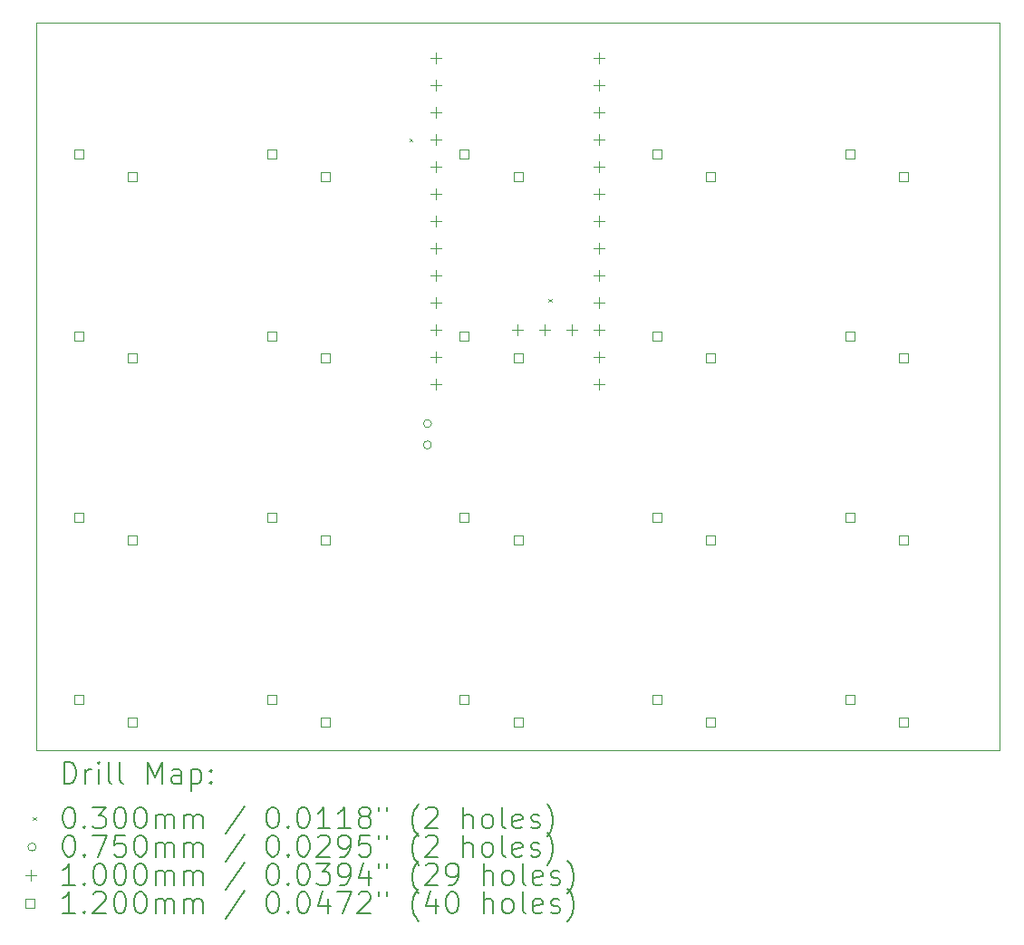
<source format=gbr>
%TF.GenerationSoftware,KiCad,Pcbnew,9.0.1*%
%TF.CreationDate,2025-08-18T19:39:49-06:00*%
%TF.ProjectId,aurora40_kicad,6175726f-7261-4343-905f-6b696361642e,1*%
%TF.SameCoordinates,Original*%
%TF.FileFunction,Drillmap*%
%TF.FilePolarity,Positive*%
%FSLAX45Y45*%
G04 Gerber Fmt 4.5, Leading zero omitted, Abs format (unit mm)*
G04 Created by KiCad (PCBNEW 9.0.1) date 2025-08-18 19:39:49*
%MOMM*%
%LPD*%
G01*
G04 APERTURE LIST*
%ADD10C,0.050000*%
%ADD11C,0.200000*%
%ADD12C,0.100000*%
%ADD13C,0.120000*%
G04 APERTURE END LIST*
D10*
X5000000Y-3870000D02*
X14000000Y-3870000D01*
X14000000Y-10670000D01*
X5000000Y-10670000D01*
X5000000Y-3870000D01*
D11*
D12*
X8485000Y-4955000D02*
X8515000Y-4985000D01*
X8515000Y-4955000D02*
X8485000Y-4985000D01*
X9785000Y-6455000D02*
X9815000Y-6485000D01*
X9815000Y-6455000D02*
X9785000Y-6485000D01*
X8692500Y-7620000D02*
G75*
G02*
X8617500Y-7620000I-37500J0D01*
G01*
X8617500Y-7620000D02*
G75*
G02*
X8692500Y-7620000I37500J0D01*
G01*
X8692500Y-7820000D02*
G75*
G02*
X8617500Y-7820000I-37500J0D01*
G01*
X8617500Y-7820000D02*
G75*
G02*
X8692500Y-7820000I37500J0D01*
G01*
X8736000Y-4154000D02*
X8736000Y-4254000D01*
X8686000Y-4204000D02*
X8786000Y-4204000D01*
X8736000Y-4408000D02*
X8736000Y-4508000D01*
X8686000Y-4458000D02*
X8786000Y-4458000D01*
X8736000Y-4662000D02*
X8736000Y-4762000D01*
X8686000Y-4712000D02*
X8786000Y-4712000D01*
X8736000Y-4916000D02*
X8736000Y-5016000D01*
X8686000Y-4966000D02*
X8786000Y-4966000D01*
X8736000Y-5170000D02*
X8736000Y-5270000D01*
X8686000Y-5220000D02*
X8786000Y-5220000D01*
X8736000Y-5424000D02*
X8736000Y-5524000D01*
X8686000Y-5474000D02*
X8786000Y-5474000D01*
X8736000Y-5678000D02*
X8736000Y-5778000D01*
X8686000Y-5728000D02*
X8786000Y-5728000D01*
X8736000Y-5932000D02*
X8736000Y-6032000D01*
X8686000Y-5982000D02*
X8786000Y-5982000D01*
X8736000Y-6186000D02*
X8736000Y-6286000D01*
X8686000Y-6236000D02*
X8786000Y-6236000D01*
X8736000Y-6440000D02*
X8736000Y-6540000D01*
X8686000Y-6490000D02*
X8786000Y-6490000D01*
X8736000Y-6694000D02*
X8736000Y-6794000D01*
X8686000Y-6744000D02*
X8786000Y-6744000D01*
X8736000Y-6948000D02*
X8736000Y-7048000D01*
X8686000Y-6998000D02*
X8786000Y-6998000D01*
X8736000Y-7202000D02*
X8736000Y-7302000D01*
X8686000Y-7252000D02*
X8786000Y-7252000D01*
X9498000Y-6694000D02*
X9498000Y-6794000D01*
X9448000Y-6744000D02*
X9548000Y-6744000D01*
X9752000Y-6694000D02*
X9752000Y-6794000D01*
X9702000Y-6744000D02*
X9802000Y-6744000D01*
X10006000Y-6694000D02*
X10006000Y-6794000D01*
X9956000Y-6744000D02*
X10056000Y-6744000D01*
X10260000Y-4154000D02*
X10260000Y-4254000D01*
X10210000Y-4204000D02*
X10310000Y-4204000D01*
X10260000Y-4408000D02*
X10260000Y-4508000D01*
X10210000Y-4458000D02*
X10310000Y-4458000D01*
X10260000Y-4662000D02*
X10260000Y-4762000D01*
X10210000Y-4712000D02*
X10310000Y-4712000D01*
X10260000Y-4916000D02*
X10260000Y-5016000D01*
X10210000Y-4966000D02*
X10310000Y-4966000D01*
X10260000Y-5170000D02*
X10260000Y-5270000D01*
X10210000Y-5220000D02*
X10310000Y-5220000D01*
X10260000Y-5424000D02*
X10260000Y-5524000D01*
X10210000Y-5474000D02*
X10310000Y-5474000D01*
X10260000Y-5678000D02*
X10260000Y-5778000D01*
X10210000Y-5728000D02*
X10310000Y-5728000D01*
X10260000Y-5932000D02*
X10260000Y-6032000D01*
X10210000Y-5982000D02*
X10310000Y-5982000D01*
X10260000Y-6186000D02*
X10260000Y-6286000D01*
X10210000Y-6236000D02*
X10310000Y-6236000D01*
X10260000Y-6440000D02*
X10260000Y-6540000D01*
X10210000Y-6490000D02*
X10310000Y-6490000D01*
X10260000Y-6694000D02*
X10260000Y-6794000D01*
X10210000Y-6744000D02*
X10310000Y-6744000D01*
X10260000Y-6948000D02*
X10260000Y-7048000D01*
X10210000Y-6998000D02*
X10310000Y-6998000D01*
X10260000Y-7202000D02*
X10260000Y-7302000D01*
X10210000Y-7252000D02*
X10310000Y-7252000D01*
D13*
X5442427Y-5142427D02*
X5442427Y-5057573D01*
X5357573Y-5057573D01*
X5357573Y-5142427D01*
X5442427Y-5142427D01*
X5442427Y-6842427D02*
X5442427Y-6757573D01*
X5357573Y-6757573D01*
X5357573Y-6842427D01*
X5442427Y-6842427D01*
X5442427Y-8542427D02*
X5442427Y-8457573D01*
X5357573Y-8457573D01*
X5357573Y-8542427D01*
X5442427Y-8542427D01*
X5442427Y-10242427D02*
X5442427Y-10157573D01*
X5357573Y-10157573D01*
X5357573Y-10242427D01*
X5442427Y-10242427D01*
X5942427Y-5352427D02*
X5942427Y-5267573D01*
X5857573Y-5267573D01*
X5857573Y-5352427D01*
X5942427Y-5352427D01*
X5942427Y-7052427D02*
X5942427Y-6967573D01*
X5857573Y-6967573D01*
X5857573Y-7052427D01*
X5942427Y-7052427D01*
X5942427Y-8752427D02*
X5942427Y-8667573D01*
X5857573Y-8667573D01*
X5857573Y-8752427D01*
X5942427Y-8752427D01*
X5942427Y-10452427D02*
X5942427Y-10367573D01*
X5857573Y-10367573D01*
X5857573Y-10452427D01*
X5942427Y-10452427D01*
X7242427Y-5142427D02*
X7242427Y-5057573D01*
X7157573Y-5057573D01*
X7157573Y-5142427D01*
X7242427Y-5142427D01*
X7242427Y-6842427D02*
X7242427Y-6757573D01*
X7157573Y-6757573D01*
X7157573Y-6842427D01*
X7242427Y-6842427D01*
X7242427Y-8542427D02*
X7242427Y-8457573D01*
X7157573Y-8457573D01*
X7157573Y-8542427D01*
X7242427Y-8542427D01*
X7242427Y-10242427D02*
X7242427Y-10157573D01*
X7157573Y-10157573D01*
X7157573Y-10242427D01*
X7242427Y-10242427D01*
X7742427Y-5352427D02*
X7742427Y-5267573D01*
X7657573Y-5267573D01*
X7657573Y-5352427D01*
X7742427Y-5352427D01*
X7742427Y-7052427D02*
X7742427Y-6967573D01*
X7657573Y-6967573D01*
X7657573Y-7052427D01*
X7742427Y-7052427D01*
X7742427Y-8752427D02*
X7742427Y-8667573D01*
X7657573Y-8667573D01*
X7657573Y-8752427D01*
X7742427Y-8752427D01*
X7742427Y-10452427D02*
X7742427Y-10367573D01*
X7657573Y-10367573D01*
X7657573Y-10452427D01*
X7742427Y-10452427D01*
X9042427Y-5142427D02*
X9042427Y-5057573D01*
X8957573Y-5057573D01*
X8957573Y-5142427D01*
X9042427Y-5142427D01*
X9042427Y-6842427D02*
X9042427Y-6757573D01*
X8957573Y-6757573D01*
X8957573Y-6842427D01*
X9042427Y-6842427D01*
X9042427Y-8542427D02*
X9042427Y-8457573D01*
X8957573Y-8457573D01*
X8957573Y-8542427D01*
X9042427Y-8542427D01*
X9042427Y-10242427D02*
X9042427Y-10157573D01*
X8957573Y-10157573D01*
X8957573Y-10242427D01*
X9042427Y-10242427D01*
X9542427Y-5352427D02*
X9542427Y-5267573D01*
X9457573Y-5267573D01*
X9457573Y-5352427D01*
X9542427Y-5352427D01*
X9542427Y-7052427D02*
X9542427Y-6967573D01*
X9457573Y-6967573D01*
X9457573Y-7052427D01*
X9542427Y-7052427D01*
X9542427Y-8752427D02*
X9542427Y-8667573D01*
X9457573Y-8667573D01*
X9457573Y-8752427D01*
X9542427Y-8752427D01*
X9542427Y-10452427D02*
X9542427Y-10367573D01*
X9457573Y-10367573D01*
X9457573Y-10452427D01*
X9542427Y-10452427D01*
X10842427Y-5142427D02*
X10842427Y-5057573D01*
X10757573Y-5057573D01*
X10757573Y-5142427D01*
X10842427Y-5142427D01*
X10842427Y-6842427D02*
X10842427Y-6757573D01*
X10757573Y-6757573D01*
X10757573Y-6842427D01*
X10842427Y-6842427D01*
X10842427Y-8542427D02*
X10842427Y-8457573D01*
X10757573Y-8457573D01*
X10757573Y-8542427D01*
X10842427Y-8542427D01*
X10842427Y-10242427D02*
X10842427Y-10157573D01*
X10757573Y-10157573D01*
X10757573Y-10242427D01*
X10842427Y-10242427D01*
X11342427Y-5352427D02*
X11342427Y-5267573D01*
X11257573Y-5267573D01*
X11257573Y-5352427D01*
X11342427Y-5352427D01*
X11342427Y-7052427D02*
X11342427Y-6967573D01*
X11257573Y-6967573D01*
X11257573Y-7052427D01*
X11342427Y-7052427D01*
X11342427Y-8752427D02*
X11342427Y-8667573D01*
X11257573Y-8667573D01*
X11257573Y-8752427D01*
X11342427Y-8752427D01*
X11342427Y-10452427D02*
X11342427Y-10367573D01*
X11257573Y-10367573D01*
X11257573Y-10452427D01*
X11342427Y-10452427D01*
X12642427Y-5142427D02*
X12642427Y-5057573D01*
X12557573Y-5057573D01*
X12557573Y-5142427D01*
X12642427Y-5142427D01*
X12642427Y-6842427D02*
X12642427Y-6757573D01*
X12557573Y-6757573D01*
X12557573Y-6842427D01*
X12642427Y-6842427D01*
X12642427Y-8542427D02*
X12642427Y-8457573D01*
X12557573Y-8457573D01*
X12557573Y-8542427D01*
X12642427Y-8542427D01*
X12642427Y-10242427D02*
X12642427Y-10157573D01*
X12557573Y-10157573D01*
X12557573Y-10242427D01*
X12642427Y-10242427D01*
X13142427Y-5352427D02*
X13142427Y-5267573D01*
X13057573Y-5267573D01*
X13057573Y-5352427D01*
X13142427Y-5352427D01*
X13142427Y-7052427D02*
X13142427Y-6967573D01*
X13057573Y-6967573D01*
X13057573Y-7052427D01*
X13142427Y-7052427D01*
X13142427Y-8752427D02*
X13142427Y-8667573D01*
X13057573Y-8667573D01*
X13057573Y-8752427D01*
X13142427Y-8752427D01*
X13142427Y-10452427D02*
X13142427Y-10367573D01*
X13057573Y-10367573D01*
X13057573Y-10452427D01*
X13142427Y-10452427D01*
D11*
X5258277Y-10983984D02*
X5258277Y-10783984D01*
X5258277Y-10783984D02*
X5305896Y-10783984D01*
X5305896Y-10783984D02*
X5334467Y-10793508D01*
X5334467Y-10793508D02*
X5353515Y-10812555D01*
X5353515Y-10812555D02*
X5363039Y-10831603D01*
X5363039Y-10831603D02*
X5372563Y-10869698D01*
X5372563Y-10869698D02*
X5372563Y-10898270D01*
X5372563Y-10898270D02*
X5363039Y-10936365D01*
X5363039Y-10936365D02*
X5353515Y-10955412D01*
X5353515Y-10955412D02*
X5334467Y-10974460D01*
X5334467Y-10974460D02*
X5305896Y-10983984D01*
X5305896Y-10983984D02*
X5258277Y-10983984D01*
X5458277Y-10983984D02*
X5458277Y-10850650D01*
X5458277Y-10888746D02*
X5467801Y-10869698D01*
X5467801Y-10869698D02*
X5477324Y-10860174D01*
X5477324Y-10860174D02*
X5496372Y-10850650D01*
X5496372Y-10850650D02*
X5515420Y-10850650D01*
X5582086Y-10983984D02*
X5582086Y-10850650D01*
X5582086Y-10783984D02*
X5572563Y-10793508D01*
X5572563Y-10793508D02*
X5582086Y-10803031D01*
X5582086Y-10803031D02*
X5591610Y-10793508D01*
X5591610Y-10793508D02*
X5582086Y-10783984D01*
X5582086Y-10783984D02*
X5582086Y-10803031D01*
X5705896Y-10983984D02*
X5686848Y-10974460D01*
X5686848Y-10974460D02*
X5677324Y-10955412D01*
X5677324Y-10955412D02*
X5677324Y-10783984D01*
X5810658Y-10983984D02*
X5791610Y-10974460D01*
X5791610Y-10974460D02*
X5782086Y-10955412D01*
X5782086Y-10955412D02*
X5782086Y-10783984D01*
X6039229Y-10983984D02*
X6039229Y-10783984D01*
X6039229Y-10783984D02*
X6105896Y-10926841D01*
X6105896Y-10926841D02*
X6172562Y-10783984D01*
X6172562Y-10783984D02*
X6172562Y-10983984D01*
X6353515Y-10983984D02*
X6353515Y-10879222D01*
X6353515Y-10879222D02*
X6343991Y-10860174D01*
X6343991Y-10860174D02*
X6324943Y-10850650D01*
X6324943Y-10850650D02*
X6286848Y-10850650D01*
X6286848Y-10850650D02*
X6267801Y-10860174D01*
X6353515Y-10974460D02*
X6334467Y-10983984D01*
X6334467Y-10983984D02*
X6286848Y-10983984D01*
X6286848Y-10983984D02*
X6267801Y-10974460D01*
X6267801Y-10974460D02*
X6258277Y-10955412D01*
X6258277Y-10955412D02*
X6258277Y-10936365D01*
X6258277Y-10936365D02*
X6267801Y-10917317D01*
X6267801Y-10917317D02*
X6286848Y-10907793D01*
X6286848Y-10907793D02*
X6334467Y-10907793D01*
X6334467Y-10907793D02*
X6353515Y-10898270D01*
X6448753Y-10850650D02*
X6448753Y-11050650D01*
X6448753Y-10860174D02*
X6467801Y-10850650D01*
X6467801Y-10850650D02*
X6505896Y-10850650D01*
X6505896Y-10850650D02*
X6524943Y-10860174D01*
X6524943Y-10860174D02*
X6534467Y-10869698D01*
X6534467Y-10869698D02*
X6543991Y-10888746D01*
X6543991Y-10888746D02*
X6543991Y-10945889D01*
X6543991Y-10945889D02*
X6534467Y-10964936D01*
X6534467Y-10964936D02*
X6524943Y-10974460D01*
X6524943Y-10974460D02*
X6505896Y-10983984D01*
X6505896Y-10983984D02*
X6467801Y-10983984D01*
X6467801Y-10983984D02*
X6448753Y-10974460D01*
X6629705Y-10964936D02*
X6639229Y-10974460D01*
X6639229Y-10974460D02*
X6629705Y-10983984D01*
X6629705Y-10983984D02*
X6620182Y-10974460D01*
X6620182Y-10974460D02*
X6629705Y-10964936D01*
X6629705Y-10964936D02*
X6629705Y-10983984D01*
X6629705Y-10860174D02*
X6639229Y-10869698D01*
X6639229Y-10869698D02*
X6629705Y-10879222D01*
X6629705Y-10879222D02*
X6620182Y-10869698D01*
X6620182Y-10869698D02*
X6629705Y-10860174D01*
X6629705Y-10860174D02*
X6629705Y-10879222D01*
D12*
X4967500Y-11297500D02*
X4997500Y-11327500D01*
X4997500Y-11297500D02*
X4967500Y-11327500D01*
D11*
X5296372Y-11203984D02*
X5315420Y-11203984D01*
X5315420Y-11203984D02*
X5334467Y-11213508D01*
X5334467Y-11213508D02*
X5343991Y-11223031D01*
X5343991Y-11223031D02*
X5353515Y-11242079D01*
X5353515Y-11242079D02*
X5363039Y-11280174D01*
X5363039Y-11280174D02*
X5363039Y-11327793D01*
X5363039Y-11327793D02*
X5353515Y-11365888D01*
X5353515Y-11365888D02*
X5343991Y-11384936D01*
X5343991Y-11384936D02*
X5334467Y-11394460D01*
X5334467Y-11394460D02*
X5315420Y-11403984D01*
X5315420Y-11403984D02*
X5296372Y-11403984D01*
X5296372Y-11403984D02*
X5277324Y-11394460D01*
X5277324Y-11394460D02*
X5267801Y-11384936D01*
X5267801Y-11384936D02*
X5258277Y-11365888D01*
X5258277Y-11365888D02*
X5248753Y-11327793D01*
X5248753Y-11327793D02*
X5248753Y-11280174D01*
X5248753Y-11280174D02*
X5258277Y-11242079D01*
X5258277Y-11242079D02*
X5267801Y-11223031D01*
X5267801Y-11223031D02*
X5277324Y-11213508D01*
X5277324Y-11213508D02*
X5296372Y-11203984D01*
X5448753Y-11384936D02*
X5458277Y-11394460D01*
X5458277Y-11394460D02*
X5448753Y-11403984D01*
X5448753Y-11403984D02*
X5439229Y-11394460D01*
X5439229Y-11394460D02*
X5448753Y-11384936D01*
X5448753Y-11384936D02*
X5448753Y-11403984D01*
X5524944Y-11203984D02*
X5648753Y-11203984D01*
X5648753Y-11203984D02*
X5582086Y-11280174D01*
X5582086Y-11280174D02*
X5610658Y-11280174D01*
X5610658Y-11280174D02*
X5629705Y-11289698D01*
X5629705Y-11289698D02*
X5639229Y-11299222D01*
X5639229Y-11299222D02*
X5648753Y-11318269D01*
X5648753Y-11318269D02*
X5648753Y-11365888D01*
X5648753Y-11365888D02*
X5639229Y-11384936D01*
X5639229Y-11384936D02*
X5629705Y-11394460D01*
X5629705Y-11394460D02*
X5610658Y-11403984D01*
X5610658Y-11403984D02*
X5553515Y-11403984D01*
X5553515Y-11403984D02*
X5534467Y-11394460D01*
X5534467Y-11394460D02*
X5524944Y-11384936D01*
X5772562Y-11203984D02*
X5791610Y-11203984D01*
X5791610Y-11203984D02*
X5810658Y-11213508D01*
X5810658Y-11213508D02*
X5820182Y-11223031D01*
X5820182Y-11223031D02*
X5829705Y-11242079D01*
X5829705Y-11242079D02*
X5839229Y-11280174D01*
X5839229Y-11280174D02*
X5839229Y-11327793D01*
X5839229Y-11327793D02*
X5829705Y-11365888D01*
X5829705Y-11365888D02*
X5820182Y-11384936D01*
X5820182Y-11384936D02*
X5810658Y-11394460D01*
X5810658Y-11394460D02*
X5791610Y-11403984D01*
X5791610Y-11403984D02*
X5772562Y-11403984D01*
X5772562Y-11403984D02*
X5753515Y-11394460D01*
X5753515Y-11394460D02*
X5743991Y-11384936D01*
X5743991Y-11384936D02*
X5734467Y-11365888D01*
X5734467Y-11365888D02*
X5724943Y-11327793D01*
X5724943Y-11327793D02*
X5724943Y-11280174D01*
X5724943Y-11280174D02*
X5734467Y-11242079D01*
X5734467Y-11242079D02*
X5743991Y-11223031D01*
X5743991Y-11223031D02*
X5753515Y-11213508D01*
X5753515Y-11213508D02*
X5772562Y-11203984D01*
X5963039Y-11203984D02*
X5982086Y-11203984D01*
X5982086Y-11203984D02*
X6001134Y-11213508D01*
X6001134Y-11213508D02*
X6010658Y-11223031D01*
X6010658Y-11223031D02*
X6020182Y-11242079D01*
X6020182Y-11242079D02*
X6029705Y-11280174D01*
X6029705Y-11280174D02*
X6029705Y-11327793D01*
X6029705Y-11327793D02*
X6020182Y-11365888D01*
X6020182Y-11365888D02*
X6010658Y-11384936D01*
X6010658Y-11384936D02*
X6001134Y-11394460D01*
X6001134Y-11394460D02*
X5982086Y-11403984D01*
X5982086Y-11403984D02*
X5963039Y-11403984D01*
X5963039Y-11403984D02*
X5943991Y-11394460D01*
X5943991Y-11394460D02*
X5934467Y-11384936D01*
X5934467Y-11384936D02*
X5924943Y-11365888D01*
X5924943Y-11365888D02*
X5915420Y-11327793D01*
X5915420Y-11327793D02*
X5915420Y-11280174D01*
X5915420Y-11280174D02*
X5924943Y-11242079D01*
X5924943Y-11242079D02*
X5934467Y-11223031D01*
X5934467Y-11223031D02*
X5943991Y-11213508D01*
X5943991Y-11213508D02*
X5963039Y-11203984D01*
X6115420Y-11403984D02*
X6115420Y-11270650D01*
X6115420Y-11289698D02*
X6124943Y-11280174D01*
X6124943Y-11280174D02*
X6143991Y-11270650D01*
X6143991Y-11270650D02*
X6172563Y-11270650D01*
X6172563Y-11270650D02*
X6191610Y-11280174D01*
X6191610Y-11280174D02*
X6201134Y-11299222D01*
X6201134Y-11299222D02*
X6201134Y-11403984D01*
X6201134Y-11299222D02*
X6210658Y-11280174D01*
X6210658Y-11280174D02*
X6229705Y-11270650D01*
X6229705Y-11270650D02*
X6258277Y-11270650D01*
X6258277Y-11270650D02*
X6277324Y-11280174D01*
X6277324Y-11280174D02*
X6286848Y-11299222D01*
X6286848Y-11299222D02*
X6286848Y-11403984D01*
X6382086Y-11403984D02*
X6382086Y-11270650D01*
X6382086Y-11289698D02*
X6391610Y-11280174D01*
X6391610Y-11280174D02*
X6410658Y-11270650D01*
X6410658Y-11270650D02*
X6439229Y-11270650D01*
X6439229Y-11270650D02*
X6458277Y-11280174D01*
X6458277Y-11280174D02*
X6467801Y-11299222D01*
X6467801Y-11299222D02*
X6467801Y-11403984D01*
X6467801Y-11299222D02*
X6477324Y-11280174D01*
X6477324Y-11280174D02*
X6496372Y-11270650D01*
X6496372Y-11270650D02*
X6524943Y-11270650D01*
X6524943Y-11270650D02*
X6543991Y-11280174D01*
X6543991Y-11280174D02*
X6553515Y-11299222D01*
X6553515Y-11299222D02*
X6553515Y-11403984D01*
X6943991Y-11194460D02*
X6772563Y-11451603D01*
X7201134Y-11203984D02*
X7220182Y-11203984D01*
X7220182Y-11203984D02*
X7239229Y-11213508D01*
X7239229Y-11213508D02*
X7248753Y-11223031D01*
X7248753Y-11223031D02*
X7258277Y-11242079D01*
X7258277Y-11242079D02*
X7267801Y-11280174D01*
X7267801Y-11280174D02*
X7267801Y-11327793D01*
X7267801Y-11327793D02*
X7258277Y-11365888D01*
X7258277Y-11365888D02*
X7248753Y-11384936D01*
X7248753Y-11384936D02*
X7239229Y-11394460D01*
X7239229Y-11394460D02*
X7220182Y-11403984D01*
X7220182Y-11403984D02*
X7201134Y-11403984D01*
X7201134Y-11403984D02*
X7182086Y-11394460D01*
X7182086Y-11394460D02*
X7172563Y-11384936D01*
X7172563Y-11384936D02*
X7163039Y-11365888D01*
X7163039Y-11365888D02*
X7153515Y-11327793D01*
X7153515Y-11327793D02*
X7153515Y-11280174D01*
X7153515Y-11280174D02*
X7163039Y-11242079D01*
X7163039Y-11242079D02*
X7172563Y-11223031D01*
X7172563Y-11223031D02*
X7182086Y-11213508D01*
X7182086Y-11213508D02*
X7201134Y-11203984D01*
X7353515Y-11384936D02*
X7363039Y-11394460D01*
X7363039Y-11394460D02*
X7353515Y-11403984D01*
X7353515Y-11403984D02*
X7343991Y-11394460D01*
X7343991Y-11394460D02*
X7353515Y-11384936D01*
X7353515Y-11384936D02*
X7353515Y-11403984D01*
X7486848Y-11203984D02*
X7505896Y-11203984D01*
X7505896Y-11203984D02*
X7524944Y-11213508D01*
X7524944Y-11213508D02*
X7534467Y-11223031D01*
X7534467Y-11223031D02*
X7543991Y-11242079D01*
X7543991Y-11242079D02*
X7553515Y-11280174D01*
X7553515Y-11280174D02*
X7553515Y-11327793D01*
X7553515Y-11327793D02*
X7543991Y-11365888D01*
X7543991Y-11365888D02*
X7534467Y-11384936D01*
X7534467Y-11384936D02*
X7524944Y-11394460D01*
X7524944Y-11394460D02*
X7505896Y-11403984D01*
X7505896Y-11403984D02*
X7486848Y-11403984D01*
X7486848Y-11403984D02*
X7467801Y-11394460D01*
X7467801Y-11394460D02*
X7458277Y-11384936D01*
X7458277Y-11384936D02*
X7448753Y-11365888D01*
X7448753Y-11365888D02*
X7439229Y-11327793D01*
X7439229Y-11327793D02*
X7439229Y-11280174D01*
X7439229Y-11280174D02*
X7448753Y-11242079D01*
X7448753Y-11242079D02*
X7458277Y-11223031D01*
X7458277Y-11223031D02*
X7467801Y-11213508D01*
X7467801Y-11213508D02*
X7486848Y-11203984D01*
X7743991Y-11403984D02*
X7629706Y-11403984D01*
X7686848Y-11403984D02*
X7686848Y-11203984D01*
X7686848Y-11203984D02*
X7667801Y-11232555D01*
X7667801Y-11232555D02*
X7648753Y-11251603D01*
X7648753Y-11251603D02*
X7629706Y-11261127D01*
X7934467Y-11403984D02*
X7820182Y-11403984D01*
X7877325Y-11403984D02*
X7877325Y-11203984D01*
X7877325Y-11203984D02*
X7858277Y-11232555D01*
X7858277Y-11232555D02*
X7839229Y-11251603D01*
X7839229Y-11251603D02*
X7820182Y-11261127D01*
X8048753Y-11289698D02*
X8029706Y-11280174D01*
X8029706Y-11280174D02*
X8020182Y-11270650D01*
X8020182Y-11270650D02*
X8010658Y-11251603D01*
X8010658Y-11251603D02*
X8010658Y-11242079D01*
X8010658Y-11242079D02*
X8020182Y-11223031D01*
X8020182Y-11223031D02*
X8029706Y-11213508D01*
X8029706Y-11213508D02*
X8048753Y-11203984D01*
X8048753Y-11203984D02*
X8086848Y-11203984D01*
X8086848Y-11203984D02*
X8105896Y-11213508D01*
X8105896Y-11213508D02*
X8115420Y-11223031D01*
X8115420Y-11223031D02*
X8124944Y-11242079D01*
X8124944Y-11242079D02*
X8124944Y-11251603D01*
X8124944Y-11251603D02*
X8115420Y-11270650D01*
X8115420Y-11270650D02*
X8105896Y-11280174D01*
X8105896Y-11280174D02*
X8086848Y-11289698D01*
X8086848Y-11289698D02*
X8048753Y-11289698D01*
X8048753Y-11289698D02*
X8029706Y-11299222D01*
X8029706Y-11299222D02*
X8020182Y-11308746D01*
X8020182Y-11308746D02*
X8010658Y-11327793D01*
X8010658Y-11327793D02*
X8010658Y-11365888D01*
X8010658Y-11365888D02*
X8020182Y-11384936D01*
X8020182Y-11384936D02*
X8029706Y-11394460D01*
X8029706Y-11394460D02*
X8048753Y-11403984D01*
X8048753Y-11403984D02*
X8086848Y-11403984D01*
X8086848Y-11403984D02*
X8105896Y-11394460D01*
X8105896Y-11394460D02*
X8115420Y-11384936D01*
X8115420Y-11384936D02*
X8124944Y-11365888D01*
X8124944Y-11365888D02*
X8124944Y-11327793D01*
X8124944Y-11327793D02*
X8115420Y-11308746D01*
X8115420Y-11308746D02*
X8105896Y-11299222D01*
X8105896Y-11299222D02*
X8086848Y-11289698D01*
X8201134Y-11203984D02*
X8201134Y-11242079D01*
X8277325Y-11203984D02*
X8277325Y-11242079D01*
X8572563Y-11480174D02*
X8563039Y-11470650D01*
X8563039Y-11470650D02*
X8543991Y-11442079D01*
X8543991Y-11442079D02*
X8534468Y-11423031D01*
X8534468Y-11423031D02*
X8524944Y-11394460D01*
X8524944Y-11394460D02*
X8515420Y-11346841D01*
X8515420Y-11346841D02*
X8515420Y-11308746D01*
X8515420Y-11308746D02*
X8524944Y-11261127D01*
X8524944Y-11261127D02*
X8534468Y-11232555D01*
X8534468Y-11232555D02*
X8543991Y-11213508D01*
X8543991Y-11213508D02*
X8563039Y-11184936D01*
X8563039Y-11184936D02*
X8572563Y-11175412D01*
X8639230Y-11223031D02*
X8648753Y-11213508D01*
X8648753Y-11213508D02*
X8667801Y-11203984D01*
X8667801Y-11203984D02*
X8715420Y-11203984D01*
X8715420Y-11203984D02*
X8734468Y-11213508D01*
X8734468Y-11213508D02*
X8743991Y-11223031D01*
X8743991Y-11223031D02*
X8753515Y-11242079D01*
X8753515Y-11242079D02*
X8753515Y-11261127D01*
X8753515Y-11261127D02*
X8743991Y-11289698D01*
X8743991Y-11289698D02*
X8629706Y-11403984D01*
X8629706Y-11403984D02*
X8753515Y-11403984D01*
X8991611Y-11403984D02*
X8991611Y-11203984D01*
X9077325Y-11403984D02*
X9077325Y-11299222D01*
X9077325Y-11299222D02*
X9067801Y-11280174D01*
X9067801Y-11280174D02*
X9048753Y-11270650D01*
X9048753Y-11270650D02*
X9020182Y-11270650D01*
X9020182Y-11270650D02*
X9001134Y-11280174D01*
X9001134Y-11280174D02*
X8991611Y-11289698D01*
X9201134Y-11403984D02*
X9182087Y-11394460D01*
X9182087Y-11394460D02*
X9172563Y-11384936D01*
X9172563Y-11384936D02*
X9163039Y-11365888D01*
X9163039Y-11365888D02*
X9163039Y-11308746D01*
X9163039Y-11308746D02*
X9172563Y-11289698D01*
X9172563Y-11289698D02*
X9182087Y-11280174D01*
X9182087Y-11280174D02*
X9201134Y-11270650D01*
X9201134Y-11270650D02*
X9229706Y-11270650D01*
X9229706Y-11270650D02*
X9248753Y-11280174D01*
X9248753Y-11280174D02*
X9258277Y-11289698D01*
X9258277Y-11289698D02*
X9267801Y-11308746D01*
X9267801Y-11308746D02*
X9267801Y-11365888D01*
X9267801Y-11365888D02*
X9258277Y-11384936D01*
X9258277Y-11384936D02*
X9248753Y-11394460D01*
X9248753Y-11394460D02*
X9229706Y-11403984D01*
X9229706Y-11403984D02*
X9201134Y-11403984D01*
X9382087Y-11403984D02*
X9363039Y-11394460D01*
X9363039Y-11394460D02*
X9353515Y-11375412D01*
X9353515Y-11375412D02*
X9353515Y-11203984D01*
X9534468Y-11394460D02*
X9515420Y-11403984D01*
X9515420Y-11403984D02*
X9477325Y-11403984D01*
X9477325Y-11403984D02*
X9458277Y-11394460D01*
X9458277Y-11394460D02*
X9448753Y-11375412D01*
X9448753Y-11375412D02*
X9448753Y-11299222D01*
X9448753Y-11299222D02*
X9458277Y-11280174D01*
X9458277Y-11280174D02*
X9477325Y-11270650D01*
X9477325Y-11270650D02*
X9515420Y-11270650D01*
X9515420Y-11270650D02*
X9534468Y-11280174D01*
X9534468Y-11280174D02*
X9543992Y-11299222D01*
X9543992Y-11299222D02*
X9543992Y-11318269D01*
X9543992Y-11318269D02*
X9448753Y-11337317D01*
X9620182Y-11394460D02*
X9639230Y-11403984D01*
X9639230Y-11403984D02*
X9677325Y-11403984D01*
X9677325Y-11403984D02*
X9696373Y-11394460D01*
X9696373Y-11394460D02*
X9705896Y-11375412D01*
X9705896Y-11375412D02*
X9705896Y-11365888D01*
X9705896Y-11365888D02*
X9696373Y-11346841D01*
X9696373Y-11346841D02*
X9677325Y-11337317D01*
X9677325Y-11337317D02*
X9648753Y-11337317D01*
X9648753Y-11337317D02*
X9629706Y-11327793D01*
X9629706Y-11327793D02*
X9620182Y-11308746D01*
X9620182Y-11308746D02*
X9620182Y-11299222D01*
X9620182Y-11299222D02*
X9629706Y-11280174D01*
X9629706Y-11280174D02*
X9648753Y-11270650D01*
X9648753Y-11270650D02*
X9677325Y-11270650D01*
X9677325Y-11270650D02*
X9696373Y-11280174D01*
X9772563Y-11480174D02*
X9782087Y-11470650D01*
X9782087Y-11470650D02*
X9801134Y-11442079D01*
X9801134Y-11442079D02*
X9810658Y-11423031D01*
X9810658Y-11423031D02*
X9820182Y-11394460D01*
X9820182Y-11394460D02*
X9829706Y-11346841D01*
X9829706Y-11346841D02*
X9829706Y-11308746D01*
X9829706Y-11308746D02*
X9820182Y-11261127D01*
X9820182Y-11261127D02*
X9810658Y-11232555D01*
X9810658Y-11232555D02*
X9801134Y-11213508D01*
X9801134Y-11213508D02*
X9782087Y-11184936D01*
X9782087Y-11184936D02*
X9772563Y-11175412D01*
D12*
X4997500Y-11576500D02*
G75*
G02*
X4922500Y-11576500I-37500J0D01*
G01*
X4922500Y-11576500D02*
G75*
G02*
X4997500Y-11576500I37500J0D01*
G01*
D11*
X5296372Y-11467984D02*
X5315420Y-11467984D01*
X5315420Y-11467984D02*
X5334467Y-11477508D01*
X5334467Y-11477508D02*
X5343991Y-11487031D01*
X5343991Y-11487031D02*
X5353515Y-11506079D01*
X5353515Y-11506079D02*
X5363039Y-11544174D01*
X5363039Y-11544174D02*
X5363039Y-11591793D01*
X5363039Y-11591793D02*
X5353515Y-11629888D01*
X5353515Y-11629888D02*
X5343991Y-11648936D01*
X5343991Y-11648936D02*
X5334467Y-11658460D01*
X5334467Y-11658460D02*
X5315420Y-11667984D01*
X5315420Y-11667984D02*
X5296372Y-11667984D01*
X5296372Y-11667984D02*
X5277324Y-11658460D01*
X5277324Y-11658460D02*
X5267801Y-11648936D01*
X5267801Y-11648936D02*
X5258277Y-11629888D01*
X5258277Y-11629888D02*
X5248753Y-11591793D01*
X5248753Y-11591793D02*
X5248753Y-11544174D01*
X5248753Y-11544174D02*
X5258277Y-11506079D01*
X5258277Y-11506079D02*
X5267801Y-11487031D01*
X5267801Y-11487031D02*
X5277324Y-11477508D01*
X5277324Y-11477508D02*
X5296372Y-11467984D01*
X5448753Y-11648936D02*
X5458277Y-11658460D01*
X5458277Y-11658460D02*
X5448753Y-11667984D01*
X5448753Y-11667984D02*
X5439229Y-11658460D01*
X5439229Y-11658460D02*
X5448753Y-11648936D01*
X5448753Y-11648936D02*
X5448753Y-11667984D01*
X5524944Y-11467984D02*
X5658277Y-11467984D01*
X5658277Y-11467984D02*
X5572563Y-11667984D01*
X5829705Y-11467984D02*
X5734467Y-11467984D01*
X5734467Y-11467984D02*
X5724943Y-11563222D01*
X5724943Y-11563222D02*
X5734467Y-11553698D01*
X5734467Y-11553698D02*
X5753515Y-11544174D01*
X5753515Y-11544174D02*
X5801134Y-11544174D01*
X5801134Y-11544174D02*
X5820182Y-11553698D01*
X5820182Y-11553698D02*
X5829705Y-11563222D01*
X5829705Y-11563222D02*
X5839229Y-11582269D01*
X5839229Y-11582269D02*
X5839229Y-11629888D01*
X5839229Y-11629888D02*
X5829705Y-11648936D01*
X5829705Y-11648936D02*
X5820182Y-11658460D01*
X5820182Y-11658460D02*
X5801134Y-11667984D01*
X5801134Y-11667984D02*
X5753515Y-11667984D01*
X5753515Y-11667984D02*
X5734467Y-11658460D01*
X5734467Y-11658460D02*
X5724943Y-11648936D01*
X5963039Y-11467984D02*
X5982086Y-11467984D01*
X5982086Y-11467984D02*
X6001134Y-11477508D01*
X6001134Y-11477508D02*
X6010658Y-11487031D01*
X6010658Y-11487031D02*
X6020182Y-11506079D01*
X6020182Y-11506079D02*
X6029705Y-11544174D01*
X6029705Y-11544174D02*
X6029705Y-11591793D01*
X6029705Y-11591793D02*
X6020182Y-11629888D01*
X6020182Y-11629888D02*
X6010658Y-11648936D01*
X6010658Y-11648936D02*
X6001134Y-11658460D01*
X6001134Y-11658460D02*
X5982086Y-11667984D01*
X5982086Y-11667984D02*
X5963039Y-11667984D01*
X5963039Y-11667984D02*
X5943991Y-11658460D01*
X5943991Y-11658460D02*
X5934467Y-11648936D01*
X5934467Y-11648936D02*
X5924943Y-11629888D01*
X5924943Y-11629888D02*
X5915420Y-11591793D01*
X5915420Y-11591793D02*
X5915420Y-11544174D01*
X5915420Y-11544174D02*
X5924943Y-11506079D01*
X5924943Y-11506079D02*
X5934467Y-11487031D01*
X5934467Y-11487031D02*
X5943991Y-11477508D01*
X5943991Y-11477508D02*
X5963039Y-11467984D01*
X6115420Y-11667984D02*
X6115420Y-11534650D01*
X6115420Y-11553698D02*
X6124943Y-11544174D01*
X6124943Y-11544174D02*
X6143991Y-11534650D01*
X6143991Y-11534650D02*
X6172563Y-11534650D01*
X6172563Y-11534650D02*
X6191610Y-11544174D01*
X6191610Y-11544174D02*
X6201134Y-11563222D01*
X6201134Y-11563222D02*
X6201134Y-11667984D01*
X6201134Y-11563222D02*
X6210658Y-11544174D01*
X6210658Y-11544174D02*
X6229705Y-11534650D01*
X6229705Y-11534650D02*
X6258277Y-11534650D01*
X6258277Y-11534650D02*
X6277324Y-11544174D01*
X6277324Y-11544174D02*
X6286848Y-11563222D01*
X6286848Y-11563222D02*
X6286848Y-11667984D01*
X6382086Y-11667984D02*
X6382086Y-11534650D01*
X6382086Y-11553698D02*
X6391610Y-11544174D01*
X6391610Y-11544174D02*
X6410658Y-11534650D01*
X6410658Y-11534650D02*
X6439229Y-11534650D01*
X6439229Y-11534650D02*
X6458277Y-11544174D01*
X6458277Y-11544174D02*
X6467801Y-11563222D01*
X6467801Y-11563222D02*
X6467801Y-11667984D01*
X6467801Y-11563222D02*
X6477324Y-11544174D01*
X6477324Y-11544174D02*
X6496372Y-11534650D01*
X6496372Y-11534650D02*
X6524943Y-11534650D01*
X6524943Y-11534650D02*
X6543991Y-11544174D01*
X6543991Y-11544174D02*
X6553515Y-11563222D01*
X6553515Y-11563222D02*
X6553515Y-11667984D01*
X6943991Y-11458460D02*
X6772563Y-11715603D01*
X7201134Y-11467984D02*
X7220182Y-11467984D01*
X7220182Y-11467984D02*
X7239229Y-11477508D01*
X7239229Y-11477508D02*
X7248753Y-11487031D01*
X7248753Y-11487031D02*
X7258277Y-11506079D01*
X7258277Y-11506079D02*
X7267801Y-11544174D01*
X7267801Y-11544174D02*
X7267801Y-11591793D01*
X7267801Y-11591793D02*
X7258277Y-11629888D01*
X7258277Y-11629888D02*
X7248753Y-11648936D01*
X7248753Y-11648936D02*
X7239229Y-11658460D01*
X7239229Y-11658460D02*
X7220182Y-11667984D01*
X7220182Y-11667984D02*
X7201134Y-11667984D01*
X7201134Y-11667984D02*
X7182086Y-11658460D01*
X7182086Y-11658460D02*
X7172563Y-11648936D01*
X7172563Y-11648936D02*
X7163039Y-11629888D01*
X7163039Y-11629888D02*
X7153515Y-11591793D01*
X7153515Y-11591793D02*
X7153515Y-11544174D01*
X7153515Y-11544174D02*
X7163039Y-11506079D01*
X7163039Y-11506079D02*
X7172563Y-11487031D01*
X7172563Y-11487031D02*
X7182086Y-11477508D01*
X7182086Y-11477508D02*
X7201134Y-11467984D01*
X7353515Y-11648936D02*
X7363039Y-11658460D01*
X7363039Y-11658460D02*
X7353515Y-11667984D01*
X7353515Y-11667984D02*
X7343991Y-11658460D01*
X7343991Y-11658460D02*
X7353515Y-11648936D01*
X7353515Y-11648936D02*
X7353515Y-11667984D01*
X7486848Y-11467984D02*
X7505896Y-11467984D01*
X7505896Y-11467984D02*
X7524944Y-11477508D01*
X7524944Y-11477508D02*
X7534467Y-11487031D01*
X7534467Y-11487031D02*
X7543991Y-11506079D01*
X7543991Y-11506079D02*
X7553515Y-11544174D01*
X7553515Y-11544174D02*
X7553515Y-11591793D01*
X7553515Y-11591793D02*
X7543991Y-11629888D01*
X7543991Y-11629888D02*
X7534467Y-11648936D01*
X7534467Y-11648936D02*
X7524944Y-11658460D01*
X7524944Y-11658460D02*
X7505896Y-11667984D01*
X7505896Y-11667984D02*
X7486848Y-11667984D01*
X7486848Y-11667984D02*
X7467801Y-11658460D01*
X7467801Y-11658460D02*
X7458277Y-11648936D01*
X7458277Y-11648936D02*
X7448753Y-11629888D01*
X7448753Y-11629888D02*
X7439229Y-11591793D01*
X7439229Y-11591793D02*
X7439229Y-11544174D01*
X7439229Y-11544174D02*
X7448753Y-11506079D01*
X7448753Y-11506079D02*
X7458277Y-11487031D01*
X7458277Y-11487031D02*
X7467801Y-11477508D01*
X7467801Y-11477508D02*
X7486848Y-11467984D01*
X7629706Y-11487031D02*
X7639229Y-11477508D01*
X7639229Y-11477508D02*
X7658277Y-11467984D01*
X7658277Y-11467984D02*
X7705896Y-11467984D01*
X7705896Y-11467984D02*
X7724944Y-11477508D01*
X7724944Y-11477508D02*
X7734467Y-11487031D01*
X7734467Y-11487031D02*
X7743991Y-11506079D01*
X7743991Y-11506079D02*
X7743991Y-11525127D01*
X7743991Y-11525127D02*
X7734467Y-11553698D01*
X7734467Y-11553698D02*
X7620182Y-11667984D01*
X7620182Y-11667984D02*
X7743991Y-11667984D01*
X7839229Y-11667984D02*
X7877325Y-11667984D01*
X7877325Y-11667984D02*
X7896372Y-11658460D01*
X7896372Y-11658460D02*
X7905896Y-11648936D01*
X7905896Y-11648936D02*
X7924944Y-11620365D01*
X7924944Y-11620365D02*
X7934467Y-11582269D01*
X7934467Y-11582269D02*
X7934467Y-11506079D01*
X7934467Y-11506079D02*
X7924944Y-11487031D01*
X7924944Y-11487031D02*
X7915420Y-11477508D01*
X7915420Y-11477508D02*
X7896372Y-11467984D01*
X7896372Y-11467984D02*
X7858277Y-11467984D01*
X7858277Y-11467984D02*
X7839229Y-11477508D01*
X7839229Y-11477508D02*
X7829706Y-11487031D01*
X7829706Y-11487031D02*
X7820182Y-11506079D01*
X7820182Y-11506079D02*
X7820182Y-11553698D01*
X7820182Y-11553698D02*
X7829706Y-11572746D01*
X7829706Y-11572746D02*
X7839229Y-11582269D01*
X7839229Y-11582269D02*
X7858277Y-11591793D01*
X7858277Y-11591793D02*
X7896372Y-11591793D01*
X7896372Y-11591793D02*
X7915420Y-11582269D01*
X7915420Y-11582269D02*
X7924944Y-11572746D01*
X7924944Y-11572746D02*
X7934467Y-11553698D01*
X8115420Y-11467984D02*
X8020182Y-11467984D01*
X8020182Y-11467984D02*
X8010658Y-11563222D01*
X8010658Y-11563222D02*
X8020182Y-11553698D01*
X8020182Y-11553698D02*
X8039229Y-11544174D01*
X8039229Y-11544174D02*
X8086848Y-11544174D01*
X8086848Y-11544174D02*
X8105896Y-11553698D01*
X8105896Y-11553698D02*
X8115420Y-11563222D01*
X8115420Y-11563222D02*
X8124944Y-11582269D01*
X8124944Y-11582269D02*
X8124944Y-11629888D01*
X8124944Y-11629888D02*
X8115420Y-11648936D01*
X8115420Y-11648936D02*
X8105896Y-11658460D01*
X8105896Y-11658460D02*
X8086848Y-11667984D01*
X8086848Y-11667984D02*
X8039229Y-11667984D01*
X8039229Y-11667984D02*
X8020182Y-11658460D01*
X8020182Y-11658460D02*
X8010658Y-11648936D01*
X8201134Y-11467984D02*
X8201134Y-11506079D01*
X8277325Y-11467984D02*
X8277325Y-11506079D01*
X8572563Y-11744174D02*
X8563039Y-11734650D01*
X8563039Y-11734650D02*
X8543991Y-11706079D01*
X8543991Y-11706079D02*
X8534468Y-11687031D01*
X8534468Y-11687031D02*
X8524944Y-11658460D01*
X8524944Y-11658460D02*
X8515420Y-11610841D01*
X8515420Y-11610841D02*
X8515420Y-11572746D01*
X8515420Y-11572746D02*
X8524944Y-11525127D01*
X8524944Y-11525127D02*
X8534468Y-11496555D01*
X8534468Y-11496555D02*
X8543991Y-11477508D01*
X8543991Y-11477508D02*
X8563039Y-11448936D01*
X8563039Y-11448936D02*
X8572563Y-11439412D01*
X8639230Y-11487031D02*
X8648753Y-11477508D01*
X8648753Y-11477508D02*
X8667801Y-11467984D01*
X8667801Y-11467984D02*
X8715420Y-11467984D01*
X8715420Y-11467984D02*
X8734468Y-11477508D01*
X8734468Y-11477508D02*
X8743991Y-11487031D01*
X8743991Y-11487031D02*
X8753515Y-11506079D01*
X8753515Y-11506079D02*
X8753515Y-11525127D01*
X8753515Y-11525127D02*
X8743991Y-11553698D01*
X8743991Y-11553698D02*
X8629706Y-11667984D01*
X8629706Y-11667984D02*
X8753515Y-11667984D01*
X8991611Y-11667984D02*
X8991611Y-11467984D01*
X9077325Y-11667984D02*
X9077325Y-11563222D01*
X9077325Y-11563222D02*
X9067801Y-11544174D01*
X9067801Y-11544174D02*
X9048753Y-11534650D01*
X9048753Y-11534650D02*
X9020182Y-11534650D01*
X9020182Y-11534650D02*
X9001134Y-11544174D01*
X9001134Y-11544174D02*
X8991611Y-11553698D01*
X9201134Y-11667984D02*
X9182087Y-11658460D01*
X9182087Y-11658460D02*
X9172563Y-11648936D01*
X9172563Y-11648936D02*
X9163039Y-11629888D01*
X9163039Y-11629888D02*
X9163039Y-11572746D01*
X9163039Y-11572746D02*
X9172563Y-11553698D01*
X9172563Y-11553698D02*
X9182087Y-11544174D01*
X9182087Y-11544174D02*
X9201134Y-11534650D01*
X9201134Y-11534650D02*
X9229706Y-11534650D01*
X9229706Y-11534650D02*
X9248753Y-11544174D01*
X9248753Y-11544174D02*
X9258277Y-11553698D01*
X9258277Y-11553698D02*
X9267801Y-11572746D01*
X9267801Y-11572746D02*
X9267801Y-11629888D01*
X9267801Y-11629888D02*
X9258277Y-11648936D01*
X9258277Y-11648936D02*
X9248753Y-11658460D01*
X9248753Y-11658460D02*
X9229706Y-11667984D01*
X9229706Y-11667984D02*
X9201134Y-11667984D01*
X9382087Y-11667984D02*
X9363039Y-11658460D01*
X9363039Y-11658460D02*
X9353515Y-11639412D01*
X9353515Y-11639412D02*
X9353515Y-11467984D01*
X9534468Y-11658460D02*
X9515420Y-11667984D01*
X9515420Y-11667984D02*
X9477325Y-11667984D01*
X9477325Y-11667984D02*
X9458277Y-11658460D01*
X9458277Y-11658460D02*
X9448753Y-11639412D01*
X9448753Y-11639412D02*
X9448753Y-11563222D01*
X9448753Y-11563222D02*
X9458277Y-11544174D01*
X9458277Y-11544174D02*
X9477325Y-11534650D01*
X9477325Y-11534650D02*
X9515420Y-11534650D01*
X9515420Y-11534650D02*
X9534468Y-11544174D01*
X9534468Y-11544174D02*
X9543992Y-11563222D01*
X9543992Y-11563222D02*
X9543992Y-11582269D01*
X9543992Y-11582269D02*
X9448753Y-11601317D01*
X9620182Y-11658460D02*
X9639230Y-11667984D01*
X9639230Y-11667984D02*
X9677325Y-11667984D01*
X9677325Y-11667984D02*
X9696373Y-11658460D01*
X9696373Y-11658460D02*
X9705896Y-11639412D01*
X9705896Y-11639412D02*
X9705896Y-11629888D01*
X9705896Y-11629888D02*
X9696373Y-11610841D01*
X9696373Y-11610841D02*
X9677325Y-11601317D01*
X9677325Y-11601317D02*
X9648753Y-11601317D01*
X9648753Y-11601317D02*
X9629706Y-11591793D01*
X9629706Y-11591793D02*
X9620182Y-11572746D01*
X9620182Y-11572746D02*
X9620182Y-11563222D01*
X9620182Y-11563222D02*
X9629706Y-11544174D01*
X9629706Y-11544174D02*
X9648753Y-11534650D01*
X9648753Y-11534650D02*
X9677325Y-11534650D01*
X9677325Y-11534650D02*
X9696373Y-11544174D01*
X9772563Y-11744174D02*
X9782087Y-11734650D01*
X9782087Y-11734650D02*
X9801134Y-11706079D01*
X9801134Y-11706079D02*
X9810658Y-11687031D01*
X9810658Y-11687031D02*
X9820182Y-11658460D01*
X9820182Y-11658460D02*
X9829706Y-11610841D01*
X9829706Y-11610841D02*
X9829706Y-11572746D01*
X9829706Y-11572746D02*
X9820182Y-11525127D01*
X9820182Y-11525127D02*
X9810658Y-11496555D01*
X9810658Y-11496555D02*
X9801134Y-11477508D01*
X9801134Y-11477508D02*
X9782087Y-11448936D01*
X9782087Y-11448936D02*
X9772563Y-11439412D01*
D12*
X4947500Y-11790500D02*
X4947500Y-11890500D01*
X4897500Y-11840500D02*
X4997500Y-11840500D01*
D11*
X5363039Y-11931984D02*
X5248753Y-11931984D01*
X5305896Y-11931984D02*
X5305896Y-11731984D01*
X5305896Y-11731984D02*
X5286848Y-11760555D01*
X5286848Y-11760555D02*
X5267801Y-11779603D01*
X5267801Y-11779603D02*
X5248753Y-11789127D01*
X5448753Y-11912936D02*
X5458277Y-11922460D01*
X5458277Y-11922460D02*
X5448753Y-11931984D01*
X5448753Y-11931984D02*
X5439229Y-11922460D01*
X5439229Y-11922460D02*
X5448753Y-11912936D01*
X5448753Y-11912936D02*
X5448753Y-11931984D01*
X5582086Y-11731984D02*
X5601134Y-11731984D01*
X5601134Y-11731984D02*
X5620182Y-11741508D01*
X5620182Y-11741508D02*
X5629705Y-11751031D01*
X5629705Y-11751031D02*
X5639229Y-11770079D01*
X5639229Y-11770079D02*
X5648753Y-11808174D01*
X5648753Y-11808174D02*
X5648753Y-11855793D01*
X5648753Y-11855793D02*
X5639229Y-11893888D01*
X5639229Y-11893888D02*
X5629705Y-11912936D01*
X5629705Y-11912936D02*
X5620182Y-11922460D01*
X5620182Y-11922460D02*
X5601134Y-11931984D01*
X5601134Y-11931984D02*
X5582086Y-11931984D01*
X5582086Y-11931984D02*
X5563039Y-11922460D01*
X5563039Y-11922460D02*
X5553515Y-11912936D01*
X5553515Y-11912936D02*
X5543991Y-11893888D01*
X5543991Y-11893888D02*
X5534467Y-11855793D01*
X5534467Y-11855793D02*
X5534467Y-11808174D01*
X5534467Y-11808174D02*
X5543991Y-11770079D01*
X5543991Y-11770079D02*
X5553515Y-11751031D01*
X5553515Y-11751031D02*
X5563039Y-11741508D01*
X5563039Y-11741508D02*
X5582086Y-11731984D01*
X5772562Y-11731984D02*
X5791610Y-11731984D01*
X5791610Y-11731984D02*
X5810658Y-11741508D01*
X5810658Y-11741508D02*
X5820182Y-11751031D01*
X5820182Y-11751031D02*
X5829705Y-11770079D01*
X5829705Y-11770079D02*
X5839229Y-11808174D01*
X5839229Y-11808174D02*
X5839229Y-11855793D01*
X5839229Y-11855793D02*
X5829705Y-11893888D01*
X5829705Y-11893888D02*
X5820182Y-11912936D01*
X5820182Y-11912936D02*
X5810658Y-11922460D01*
X5810658Y-11922460D02*
X5791610Y-11931984D01*
X5791610Y-11931984D02*
X5772562Y-11931984D01*
X5772562Y-11931984D02*
X5753515Y-11922460D01*
X5753515Y-11922460D02*
X5743991Y-11912936D01*
X5743991Y-11912936D02*
X5734467Y-11893888D01*
X5734467Y-11893888D02*
X5724943Y-11855793D01*
X5724943Y-11855793D02*
X5724943Y-11808174D01*
X5724943Y-11808174D02*
X5734467Y-11770079D01*
X5734467Y-11770079D02*
X5743991Y-11751031D01*
X5743991Y-11751031D02*
X5753515Y-11741508D01*
X5753515Y-11741508D02*
X5772562Y-11731984D01*
X5963039Y-11731984D02*
X5982086Y-11731984D01*
X5982086Y-11731984D02*
X6001134Y-11741508D01*
X6001134Y-11741508D02*
X6010658Y-11751031D01*
X6010658Y-11751031D02*
X6020182Y-11770079D01*
X6020182Y-11770079D02*
X6029705Y-11808174D01*
X6029705Y-11808174D02*
X6029705Y-11855793D01*
X6029705Y-11855793D02*
X6020182Y-11893888D01*
X6020182Y-11893888D02*
X6010658Y-11912936D01*
X6010658Y-11912936D02*
X6001134Y-11922460D01*
X6001134Y-11922460D02*
X5982086Y-11931984D01*
X5982086Y-11931984D02*
X5963039Y-11931984D01*
X5963039Y-11931984D02*
X5943991Y-11922460D01*
X5943991Y-11922460D02*
X5934467Y-11912936D01*
X5934467Y-11912936D02*
X5924943Y-11893888D01*
X5924943Y-11893888D02*
X5915420Y-11855793D01*
X5915420Y-11855793D02*
X5915420Y-11808174D01*
X5915420Y-11808174D02*
X5924943Y-11770079D01*
X5924943Y-11770079D02*
X5934467Y-11751031D01*
X5934467Y-11751031D02*
X5943991Y-11741508D01*
X5943991Y-11741508D02*
X5963039Y-11731984D01*
X6115420Y-11931984D02*
X6115420Y-11798650D01*
X6115420Y-11817698D02*
X6124943Y-11808174D01*
X6124943Y-11808174D02*
X6143991Y-11798650D01*
X6143991Y-11798650D02*
X6172563Y-11798650D01*
X6172563Y-11798650D02*
X6191610Y-11808174D01*
X6191610Y-11808174D02*
X6201134Y-11827222D01*
X6201134Y-11827222D02*
X6201134Y-11931984D01*
X6201134Y-11827222D02*
X6210658Y-11808174D01*
X6210658Y-11808174D02*
X6229705Y-11798650D01*
X6229705Y-11798650D02*
X6258277Y-11798650D01*
X6258277Y-11798650D02*
X6277324Y-11808174D01*
X6277324Y-11808174D02*
X6286848Y-11827222D01*
X6286848Y-11827222D02*
X6286848Y-11931984D01*
X6382086Y-11931984D02*
X6382086Y-11798650D01*
X6382086Y-11817698D02*
X6391610Y-11808174D01*
X6391610Y-11808174D02*
X6410658Y-11798650D01*
X6410658Y-11798650D02*
X6439229Y-11798650D01*
X6439229Y-11798650D02*
X6458277Y-11808174D01*
X6458277Y-11808174D02*
X6467801Y-11827222D01*
X6467801Y-11827222D02*
X6467801Y-11931984D01*
X6467801Y-11827222D02*
X6477324Y-11808174D01*
X6477324Y-11808174D02*
X6496372Y-11798650D01*
X6496372Y-11798650D02*
X6524943Y-11798650D01*
X6524943Y-11798650D02*
X6543991Y-11808174D01*
X6543991Y-11808174D02*
X6553515Y-11827222D01*
X6553515Y-11827222D02*
X6553515Y-11931984D01*
X6943991Y-11722460D02*
X6772563Y-11979603D01*
X7201134Y-11731984D02*
X7220182Y-11731984D01*
X7220182Y-11731984D02*
X7239229Y-11741508D01*
X7239229Y-11741508D02*
X7248753Y-11751031D01*
X7248753Y-11751031D02*
X7258277Y-11770079D01*
X7258277Y-11770079D02*
X7267801Y-11808174D01*
X7267801Y-11808174D02*
X7267801Y-11855793D01*
X7267801Y-11855793D02*
X7258277Y-11893888D01*
X7258277Y-11893888D02*
X7248753Y-11912936D01*
X7248753Y-11912936D02*
X7239229Y-11922460D01*
X7239229Y-11922460D02*
X7220182Y-11931984D01*
X7220182Y-11931984D02*
X7201134Y-11931984D01*
X7201134Y-11931984D02*
X7182086Y-11922460D01*
X7182086Y-11922460D02*
X7172563Y-11912936D01*
X7172563Y-11912936D02*
X7163039Y-11893888D01*
X7163039Y-11893888D02*
X7153515Y-11855793D01*
X7153515Y-11855793D02*
X7153515Y-11808174D01*
X7153515Y-11808174D02*
X7163039Y-11770079D01*
X7163039Y-11770079D02*
X7172563Y-11751031D01*
X7172563Y-11751031D02*
X7182086Y-11741508D01*
X7182086Y-11741508D02*
X7201134Y-11731984D01*
X7353515Y-11912936D02*
X7363039Y-11922460D01*
X7363039Y-11922460D02*
X7353515Y-11931984D01*
X7353515Y-11931984D02*
X7343991Y-11922460D01*
X7343991Y-11922460D02*
X7353515Y-11912936D01*
X7353515Y-11912936D02*
X7353515Y-11931984D01*
X7486848Y-11731984D02*
X7505896Y-11731984D01*
X7505896Y-11731984D02*
X7524944Y-11741508D01*
X7524944Y-11741508D02*
X7534467Y-11751031D01*
X7534467Y-11751031D02*
X7543991Y-11770079D01*
X7543991Y-11770079D02*
X7553515Y-11808174D01*
X7553515Y-11808174D02*
X7553515Y-11855793D01*
X7553515Y-11855793D02*
X7543991Y-11893888D01*
X7543991Y-11893888D02*
X7534467Y-11912936D01*
X7534467Y-11912936D02*
X7524944Y-11922460D01*
X7524944Y-11922460D02*
X7505896Y-11931984D01*
X7505896Y-11931984D02*
X7486848Y-11931984D01*
X7486848Y-11931984D02*
X7467801Y-11922460D01*
X7467801Y-11922460D02*
X7458277Y-11912936D01*
X7458277Y-11912936D02*
X7448753Y-11893888D01*
X7448753Y-11893888D02*
X7439229Y-11855793D01*
X7439229Y-11855793D02*
X7439229Y-11808174D01*
X7439229Y-11808174D02*
X7448753Y-11770079D01*
X7448753Y-11770079D02*
X7458277Y-11751031D01*
X7458277Y-11751031D02*
X7467801Y-11741508D01*
X7467801Y-11741508D02*
X7486848Y-11731984D01*
X7620182Y-11731984D02*
X7743991Y-11731984D01*
X7743991Y-11731984D02*
X7677325Y-11808174D01*
X7677325Y-11808174D02*
X7705896Y-11808174D01*
X7705896Y-11808174D02*
X7724944Y-11817698D01*
X7724944Y-11817698D02*
X7734467Y-11827222D01*
X7734467Y-11827222D02*
X7743991Y-11846269D01*
X7743991Y-11846269D02*
X7743991Y-11893888D01*
X7743991Y-11893888D02*
X7734467Y-11912936D01*
X7734467Y-11912936D02*
X7724944Y-11922460D01*
X7724944Y-11922460D02*
X7705896Y-11931984D01*
X7705896Y-11931984D02*
X7648753Y-11931984D01*
X7648753Y-11931984D02*
X7629706Y-11922460D01*
X7629706Y-11922460D02*
X7620182Y-11912936D01*
X7839229Y-11931984D02*
X7877325Y-11931984D01*
X7877325Y-11931984D02*
X7896372Y-11922460D01*
X7896372Y-11922460D02*
X7905896Y-11912936D01*
X7905896Y-11912936D02*
X7924944Y-11884365D01*
X7924944Y-11884365D02*
X7934467Y-11846269D01*
X7934467Y-11846269D02*
X7934467Y-11770079D01*
X7934467Y-11770079D02*
X7924944Y-11751031D01*
X7924944Y-11751031D02*
X7915420Y-11741508D01*
X7915420Y-11741508D02*
X7896372Y-11731984D01*
X7896372Y-11731984D02*
X7858277Y-11731984D01*
X7858277Y-11731984D02*
X7839229Y-11741508D01*
X7839229Y-11741508D02*
X7829706Y-11751031D01*
X7829706Y-11751031D02*
X7820182Y-11770079D01*
X7820182Y-11770079D02*
X7820182Y-11817698D01*
X7820182Y-11817698D02*
X7829706Y-11836746D01*
X7829706Y-11836746D02*
X7839229Y-11846269D01*
X7839229Y-11846269D02*
X7858277Y-11855793D01*
X7858277Y-11855793D02*
X7896372Y-11855793D01*
X7896372Y-11855793D02*
X7915420Y-11846269D01*
X7915420Y-11846269D02*
X7924944Y-11836746D01*
X7924944Y-11836746D02*
X7934467Y-11817698D01*
X8105896Y-11798650D02*
X8105896Y-11931984D01*
X8058277Y-11722460D02*
X8010658Y-11865317D01*
X8010658Y-11865317D02*
X8134467Y-11865317D01*
X8201134Y-11731984D02*
X8201134Y-11770079D01*
X8277325Y-11731984D02*
X8277325Y-11770079D01*
X8572563Y-12008174D02*
X8563039Y-11998650D01*
X8563039Y-11998650D02*
X8543991Y-11970079D01*
X8543991Y-11970079D02*
X8534468Y-11951031D01*
X8534468Y-11951031D02*
X8524944Y-11922460D01*
X8524944Y-11922460D02*
X8515420Y-11874841D01*
X8515420Y-11874841D02*
X8515420Y-11836746D01*
X8515420Y-11836746D02*
X8524944Y-11789127D01*
X8524944Y-11789127D02*
X8534468Y-11760555D01*
X8534468Y-11760555D02*
X8543991Y-11741508D01*
X8543991Y-11741508D02*
X8563039Y-11712936D01*
X8563039Y-11712936D02*
X8572563Y-11703412D01*
X8639230Y-11751031D02*
X8648753Y-11741508D01*
X8648753Y-11741508D02*
X8667801Y-11731984D01*
X8667801Y-11731984D02*
X8715420Y-11731984D01*
X8715420Y-11731984D02*
X8734468Y-11741508D01*
X8734468Y-11741508D02*
X8743991Y-11751031D01*
X8743991Y-11751031D02*
X8753515Y-11770079D01*
X8753515Y-11770079D02*
X8753515Y-11789127D01*
X8753515Y-11789127D02*
X8743991Y-11817698D01*
X8743991Y-11817698D02*
X8629706Y-11931984D01*
X8629706Y-11931984D02*
X8753515Y-11931984D01*
X8848753Y-11931984D02*
X8886849Y-11931984D01*
X8886849Y-11931984D02*
X8905896Y-11922460D01*
X8905896Y-11922460D02*
X8915420Y-11912936D01*
X8915420Y-11912936D02*
X8934468Y-11884365D01*
X8934468Y-11884365D02*
X8943991Y-11846269D01*
X8943991Y-11846269D02*
X8943991Y-11770079D01*
X8943991Y-11770079D02*
X8934468Y-11751031D01*
X8934468Y-11751031D02*
X8924944Y-11741508D01*
X8924944Y-11741508D02*
X8905896Y-11731984D01*
X8905896Y-11731984D02*
X8867801Y-11731984D01*
X8867801Y-11731984D02*
X8848753Y-11741508D01*
X8848753Y-11741508D02*
X8839230Y-11751031D01*
X8839230Y-11751031D02*
X8829706Y-11770079D01*
X8829706Y-11770079D02*
X8829706Y-11817698D01*
X8829706Y-11817698D02*
X8839230Y-11836746D01*
X8839230Y-11836746D02*
X8848753Y-11846269D01*
X8848753Y-11846269D02*
X8867801Y-11855793D01*
X8867801Y-11855793D02*
X8905896Y-11855793D01*
X8905896Y-11855793D02*
X8924944Y-11846269D01*
X8924944Y-11846269D02*
X8934468Y-11836746D01*
X8934468Y-11836746D02*
X8943991Y-11817698D01*
X9182087Y-11931984D02*
X9182087Y-11731984D01*
X9267801Y-11931984D02*
X9267801Y-11827222D01*
X9267801Y-11827222D02*
X9258277Y-11808174D01*
X9258277Y-11808174D02*
X9239230Y-11798650D01*
X9239230Y-11798650D02*
X9210658Y-11798650D01*
X9210658Y-11798650D02*
X9191611Y-11808174D01*
X9191611Y-11808174D02*
X9182087Y-11817698D01*
X9391611Y-11931984D02*
X9372563Y-11922460D01*
X9372563Y-11922460D02*
X9363039Y-11912936D01*
X9363039Y-11912936D02*
X9353515Y-11893888D01*
X9353515Y-11893888D02*
X9353515Y-11836746D01*
X9353515Y-11836746D02*
X9363039Y-11817698D01*
X9363039Y-11817698D02*
X9372563Y-11808174D01*
X9372563Y-11808174D02*
X9391611Y-11798650D01*
X9391611Y-11798650D02*
X9420182Y-11798650D01*
X9420182Y-11798650D02*
X9439230Y-11808174D01*
X9439230Y-11808174D02*
X9448753Y-11817698D01*
X9448753Y-11817698D02*
X9458277Y-11836746D01*
X9458277Y-11836746D02*
X9458277Y-11893888D01*
X9458277Y-11893888D02*
X9448753Y-11912936D01*
X9448753Y-11912936D02*
X9439230Y-11922460D01*
X9439230Y-11922460D02*
X9420182Y-11931984D01*
X9420182Y-11931984D02*
X9391611Y-11931984D01*
X9572563Y-11931984D02*
X9553515Y-11922460D01*
X9553515Y-11922460D02*
X9543992Y-11903412D01*
X9543992Y-11903412D02*
X9543992Y-11731984D01*
X9724944Y-11922460D02*
X9705896Y-11931984D01*
X9705896Y-11931984D02*
X9667801Y-11931984D01*
X9667801Y-11931984D02*
X9648753Y-11922460D01*
X9648753Y-11922460D02*
X9639230Y-11903412D01*
X9639230Y-11903412D02*
X9639230Y-11827222D01*
X9639230Y-11827222D02*
X9648753Y-11808174D01*
X9648753Y-11808174D02*
X9667801Y-11798650D01*
X9667801Y-11798650D02*
X9705896Y-11798650D01*
X9705896Y-11798650D02*
X9724944Y-11808174D01*
X9724944Y-11808174D02*
X9734468Y-11827222D01*
X9734468Y-11827222D02*
X9734468Y-11846269D01*
X9734468Y-11846269D02*
X9639230Y-11865317D01*
X9810658Y-11922460D02*
X9829706Y-11931984D01*
X9829706Y-11931984D02*
X9867801Y-11931984D01*
X9867801Y-11931984D02*
X9886849Y-11922460D01*
X9886849Y-11922460D02*
X9896373Y-11903412D01*
X9896373Y-11903412D02*
X9896373Y-11893888D01*
X9896373Y-11893888D02*
X9886849Y-11874841D01*
X9886849Y-11874841D02*
X9867801Y-11865317D01*
X9867801Y-11865317D02*
X9839230Y-11865317D01*
X9839230Y-11865317D02*
X9820182Y-11855793D01*
X9820182Y-11855793D02*
X9810658Y-11836746D01*
X9810658Y-11836746D02*
X9810658Y-11827222D01*
X9810658Y-11827222D02*
X9820182Y-11808174D01*
X9820182Y-11808174D02*
X9839230Y-11798650D01*
X9839230Y-11798650D02*
X9867801Y-11798650D01*
X9867801Y-11798650D02*
X9886849Y-11808174D01*
X9963039Y-12008174D02*
X9972563Y-11998650D01*
X9972563Y-11998650D02*
X9991611Y-11970079D01*
X9991611Y-11970079D02*
X10001134Y-11951031D01*
X10001134Y-11951031D02*
X10010658Y-11922460D01*
X10010658Y-11922460D02*
X10020182Y-11874841D01*
X10020182Y-11874841D02*
X10020182Y-11836746D01*
X10020182Y-11836746D02*
X10010658Y-11789127D01*
X10010658Y-11789127D02*
X10001134Y-11760555D01*
X10001134Y-11760555D02*
X9991611Y-11741508D01*
X9991611Y-11741508D02*
X9972563Y-11712936D01*
X9972563Y-11712936D02*
X9963039Y-11703412D01*
D13*
X4979927Y-12146927D02*
X4979927Y-12062073D01*
X4895073Y-12062073D01*
X4895073Y-12146927D01*
X4979927Y-12146927D01*
D11*
X5363039Y-12195984D02*
X5248753Y-12195984D01*
X5305896Y-12195984D02*
X5305896Y-11995984D01*
X5305896Y-11995984D02*
X5286848Y-12024555D01*
X5286848Y-12024555D02*
X5267801Y-12043603D01*
X5267801Y-12043603D02*
X5248753Y-12053127D01*
X5448753Y-12176936D02*
X5458277Y-12186460D01*
X5458277Y-12186460D02*
X5448753Y-12195984D01*
X5448753Y-12195984D02*
X5439229Y-12186460D01*
X5439229Y-12186460D02*
X5448753Y-12176936D01*
X5448753Y-12176936D02*
X5448753Y-12195984D01*
X5534467Y-12015031D02*
X5543991Y-12005508D01*
X5543991Y-12005508D02*
X5563039Y-11995984D01*
X5563039Y-11995984D02*
X5610658Y-11995984D01*
X5610658Y-11995984D02*
X5629705Y-12005508D01*
X5629705Y-12005508D02*
X5639229Y-12015031D01*
X5639229Y-12015031D02*
X5648753Y-12034079D01*
X5648753Y-12034079D02*
X5648753Y-12053127D01*
X5648753Y-12053127D02*
X5639229Y-12081698D01*
X5639229Y-12081698D02*
X5524944Y-12195984D01*
X5524944Y-12195984D02*
X5648753Y-12195984D01*
X5772562Y-11995984D02*
X5791610Y-11995984D01*
X5791610Y-11995984D02*
X5810658Y-12005508D01*
X5810658Y-12005508D02*
X5820182Y-12015031D01*
X5820182Y-12015031D02*
X5829705Y-12034079D01*
X5829705Y-12034079D02*
X5839229Y-12072174D01*
X5839229Y-12072174D02*
X5839229Y-12119793D01*
X5839229Y-12119793D02*
X5829705Y-12157888D01*
X5829705Y-12157888D02*
X5820182Y-12176936D01*
X5820182Y-12176936D02*
X5810658Y-12186460D01*
X5810658Y-12186460D02*
X5791610Y-12195984D01*
X5791610Y-12195984D02*
X5772562Y-12195984D01*
X5772562Y-12195984D02*
X5753515Y-12186460D01*
X5753515Y-12186460D02*
X5743991Y-12176936D01*
X5743991Y-12176936D02*
X5734467Y-12157888D01*
X5734467Y-12157888D02*
X5724943Y-12119793D01*
X5724943Y-12119793D02*
X5724943Y-12072174D01*
X5724943Y-12072174D02*
X5734467Y-12034079D01*
X5734467Y-12034079D02*
X5743991Y-12015031D01*
X5743991Y-12015031D02*
X5753515Y-12005508D01*
X5753515Y-12005508D02*
X5772562Y-11995984D01*
X5963039Y-11995984D02*
X5982086Y-11995984D01*
X5982086Y-11995984D02*
X6001134Y-12005508D01*
X6001134Y-12005508D02*
X6010658Y-12015031D01*
X6010658Y-12015031D02*
X6020182Y-12034079D01*
X6020182Y-12034079D02*
X6029705Y-12072174D01*
X6029705Y-12072174D02*
X6029705Y-12119793D01*
X6029705Y-12119793D02*
X6020182Y-12157888D01*
X6020182Y-12157888D02*
X6010658Y-12176936D01*
X6010658Y-12176936D02*
X6001134Y-12186460D01*
X6001134Y-12186460D02*
X5982086Y-12195984D01*
X5982086Y-12195984D02*
X5963039Y-12195984D01*
X5963039Y-12195984D02*
X5943991Y-12186460D01*
X5943991Y-12186460D02*
X5934467Y-12176936D01*
X5934467Y-12176936D02*
X5924943Y-12157888D01*
X5924943Y-12157888D02*
X5915420Y-12119793D01*
X5915420Y-12119793D02*
X5915420Y-12072174D01*
X5915420Y-12072174D02*
X5924943Y-12034079D01*
X5924943Y-12034079D02*
X5934467Y-12015031D01*
X5934467Y-12015031D02*
X5943991Y-12005508D01*
X5943991Y-12005508D02*
X5963039Y-11995984D01*
X6115420Y-12195984D02*
X6115420Y-12062650D01*
X6115420Y-12081698D02*
X6124943Y-12072174D01*
X6124943Y-12072174D02*
X6143991Y-12062650D01*
X6143991Y-12062650D02*
X6172563Y-12062650D01*
X6172563Y-12062650D02*
X6191610Y-12072174D01*
X6191610Y-12072174D02*
X6201134Y-12091222D01*
X6201134Y-12091222D02*
X6201134Y-12195984D01*
X6201134Y-12091222D02*
X6210658Y-12072174D01*
X6210658Y-12072174D02*
X6229705Y-12062650D01*
X6229705Y-12062650D02*
X6258277Y-12062650D01*
X6258277Y-12062650D02*
X6277324Y-12072174D01*
X6277324Y-12072174D02*
X6286848Y-12091222D01*
X6286848Y-12091222D02*
X6286848Y-12195984D01*
X6382086Y-12195984D02*
X6382086Y-12062650D01*
X6382086Y-12081698D02*
X6391610Y-12072174D01*
X6391610Y-12072174D02*
X6410658Y-12062650D01*
X6410658Y-12062650D02*
X6439229Y-12062650D01*
X6439229Y-12062650D02*
X6458277Y-12072174D01*
X6458277Y-12072174D02*
X6467801Y-12091222D01*
X6467801Y-12091222D02*
X6467801Y-12195984D01*
X6467801Y-12091222D02*
X6477324Y-12072174D01*
X6477324Y-12072174D02*
X6496372Y-12062650D01*
X6496372Y-12062650D02*
X6524943Y-12062650D01*
X6524943Y-12062650D02*
X6543991Y-12072174D01*
X6543991Y-12072174D02*
X6553515Y-12091222D01*
X6553515Y-12091222D02*
X6553515Y-12195984D01*
X6943991Y-11986460D02*
X6772563Y-12243603D01*
X7201134Y-11995984D02*
X7220182Y-11995984D01*
X7220182Y-11995984D02*
X7239229Y-12005508D01*
X7239229Y-12005508D02*
X7248753Y-12015031D01*
X7248753Y-12015031D02*
X7258277Y-12034079D01*
X7258277Y-12034079D02*
X7267801Y-12072174D01*
X7267801Y-12072174D02*
X7267801Y-12119793D01*
X7267801Y-12119793D02*
X7258277Y-12157888D01*
X7258277Y-12157888D02*
X7248753Y-12176936D01*
X7248753Y-12176936D02*
X7239229Y-12186460D01*
X7239229Y-12186460D02*
X7220182Y-12195984D01*
X7220182Y-12195984D02*
X7201134Y-12195984D01*
X7201134Y-12195984D02*
X7182086Y-12186460D01*
X7182086Y-12186460D02*
X7172563Y-12176936D01*
X7172563Y-12176936D02*
X7163039Y-12157888D01*
X7163039Y-12157888D02*
X7153515Y-12119793D01*
X7153515Y-12119793D02*
X7153515Y-12072174D01*
X7153515Y-12072174D02*
X7163039Y-12034079D01*
X7163039Y-12034079D02*
X7172563Y-12015031D01*
X7172563Y-12015031D02*
X7182086Y-12005508D01*
X7182086Y-12005508D02*
X7201134Y-11995984D01*
X7353515Y-12176936D02*
X7363039Y-12186460D01*
X7363039Y-12186460D02*
X7353515Y-12195984D01*
X7353515Y-12195984D02*
X7343991Y-12186460D01*
X7343991Y-12186460D02*
X7353515Y-12176936D01*
X7353515Y-12176936D02*
X7353515Y-12195984D01*
X7486848Y-11995984D02*
X7505896Y-11995984D01*
X7505896Y-11995984D02*
X7524944Y-12005508D01*
X7524944Y-12005508D02*
X7534467Y-12015031D01*
X7534467Y-12015031D02*
X7543991Y-12034079D01*
X7543991Y-12034079D02*
X7553515Y-12072174D01*
X7553515Y-12072174D02*
X7553515Y-12119793D01*
X7553515Y-12119793D02*
X7543991Y-12157888D01*
X7543991Y-12157888D02*
X7534467Y-12176936D01*
X7534467Y-12176936D02*
X7524944Y-12186460D01*
X7524944Y-12186460D02*
X7505896Y-12195984D01*
X7505896Y-12195984D02*
X7486848Y-12195984D01*
X7486848Y-12195984D02*
X7467801Y-12186460D01*
X7467801Y-12186460D02*
X7458277Y-12176936D01*
X7458277Y-12176936D02*
X7448753Y-12157888D01*
X7448753Y-12157888D02*
X7439229Y-12119793D01*
X7439229Y-12119793D02*
X7439229Y-12072174D01*
X7439229Y-12072174D02*
X7448753Y-12034079D01*
X7448753Y-12034079D02*
X7458277Y-12015031D01*
X7458277Y-12015031D02*
X7467801Y-12005508D01*
X7467801Y-12005508D02*
X7486848Y-11995984D01*
X7724944Y-12062650D02*
X7724944Y-12195984D01*
X7677325Y-11986460D02*
X7629706Y-12129317D01*
X7629706Y-12129317D02*
X7753515Y-12129317D01*
X7810658Y-11995984D02*
X7943991Y-11995984D01*
X7943991Y-11995984D02*
X7858277Y-12195984D01*
X8010658Y-12015031D02*
X8020182Y-12005508D01*
X8020182Y-12005508D02*
X8039229Y-11995984D01*
X8039229Y-11995984D02*
X8086848Y-11995984D01*
X8086848Y-11995984D02*
X8105896Y-12005508D01*
X8105896Y-12005508D02*
X8115420Y-12015031D01*
X8115420Y-12015031D02*
X8124944Y-12034079D01*
X8124944Y-12034079D02*
X8124944Y-12053127D01*
X8124944Y-12053127D02*
X8115420Y-12081698D01*
X8115420Y-12081698D02*
X8001134Y-12195984D01*
X8001134Y-12195984D02*
X8124944Y-12195984D01*
X8201134Y-11995984D02*
X8201134Y-12034079D01*
X8277325Y-11995984D02*
X8277325Y-12034079D01*
X8572563Y-12272174D02*
X8563039Y-12262650D01*
X8563039Y-12262650D02*
X8543991Y-12234079D01*
X8543991Y-12234079D02*
X8534468Y-12215031D01*
X8534468Y-12215031D02*
X8524944Y-12186460D01*
X8524944Y-12186460D02*
X8515420Y-12138841D01*
X8515420Y-12138841D02*
X8515420Y-12100746D01*
X8515420Y-12100746D02*
X8524944Y-12053127D01*
X8524944Y-12053127D02*
X8534468Y-12024555D01*
X8534468Y-12024555D02*
X8543991Y-12005508D01*
X8543991Y-12005508D02*
X8563039Y-11976936D01*
X8563039Y-11976936D02*
X8572563Y-11967412D01*
X8734468Y-12062650D02*
X8734468Y-12195984D01*
X8686849Y-11986460D02*
X8639230Y-12129317D01*
X8639230Y-12129317D02*
X8763039Y-12129317D01*
X8877325Y-11995984D02*
X8896372Y-11995984D01*
X8896372Y-11995984D02*
X8915420Y-12005508D01*
X8915420Y-12005508D02*
X8924944Y-12015031D01*
X8924944Y-12015031D02*
X8934468Y-12034079D01*
X8934468Y-12034079D02*
X8943991Y-12072174D01*
X8943991Y-12072174D02*
X8943991Y-12119793D01*
X8943991Y-12119793D02*
X8934468Y-12157888D01*
X8934468Y-12157888D02*
X8924944Y-12176936D01*
X8924944Y-12176936D02*
X8915420Y-12186460D01*
X8915420Y-12186460D02*
X8896372Y-12195984D01*
X8896372Y-12195984D02*
X8877325Y-12195984D01*
X8877325Y-12195984D02*
X8858277Y-12186460D01*
X8858277Y-12186460D02*
X8848753Y-12176936D01*
X8848753Y-12176936D02*
X8839230Y-12157888D01*
X8839230Y-12157888D02*
X8829706Y-12119793D01*
X8829706Y-12119793D02*
X8829706Y-12072174D01*
X8829706Y-12072174D02*
X8839230Y-12034079D01*
X8839230Y-12034079D02*
X8848753Y-12015031D01*
X8848753Y-12015031D02*
X8858277Y-12005508D01*
X8858277Y-12005508D02*
X8877325Y-11995984D01*
X9182087Y-12195984D02*
X9182087Y-11995984D01*
X9267801Y-12195984D02*
X9267801Y-12091222D01*
X9267801Y-12091222D02*
X9258277Y-12072174D01*
X9258277Y-12072174D02*
X9239230Y-12062650D01*
X9239230Y-12062650D02*
X9210658Y-12062650D01*
X9210658Y-12062650D02*
X9191611Y-12072174D01*
X9191611Y-12072174D02*
X9182087Y-12081698D01*
X9391611Y-12195984D02*
X9372563Y-12186460D01*
X9372563Y-12186460D02*
X9363039Y-12176936D01*
X9363039Y-12176936D02*
X9353515Y-12157888D01*
X9353515Y-12157888D02*
X9353515Y-12100746D01*
X9353515Y-12100746D02*
X9363039Y-12081698D01*
X9363039Y-12081698D02*
X9372563Y-12072174D01*
X9372563Y-12072174D02*
X9391611Y-12062650D01*
X9391611Y-12062650D02*
X9420182Y-12062650D01*
X9420182Y-12062650D02*
X9439230Y-12072174D01*
X9439230Y-12072174D02*
X9448753Y-12081698D01*
X9448753Y-12081698D02*
X9458277Y-12100746D01*
X9458277Y-12100746D02*
X9458277Y-12157888D01*
X9458277Y-12157888D02*
X9448753Y-12176936D01*
X9448753Y-12176936D02*
X9439230Y-12186460D01*
X9439230Y-12186460D02*
X9420182Y-12195984D01*
X9420182Y-12195984D02*
X9391611Y-12195984D01*
X9572563Y-12195984D02*
X9553515Y-12186460D01*
X9553515Y-12186460D02*
X9543992Y-12167412D01*
X9543992Y-12167412D02*
X9543992Y-11995984D01*
X9724944Y-12186460D02*
X9705896Y-12195984D01*
X9705896Y-12195984D02*
X9667801Y-12195984D01*
X9667801Y-12195984D02*
X9648753Y-12186460D01*
X9648753Y-12186460D02*
X9639230Y-12167412D01*
X9639230Y-12167412D02*
X9639230Y-12091222D01*
X9639230Y-12091222D02*
X9648753Y-12072174D01*
X9648753Y-12072174D02*
X9667801Y-12062650D01*
X9667801Y-12062650D02*
X9705896Y-12062650D01*
X9705896Y-12062650D02*
X9724944Y-12072174D01*
X9724944Y-12072174D02*
X9734468Y-12091222D01*
X9734468Y-12091222D02*
X9734468Y-12110269D01*
X9734468Y-12110269D02*
X9639230Y-12129317D01*
X9810658Y-12186460D02*
X9829706Y-12195984D01*
X9829706Y-12195984D02*
X9867801Y-12195984D01*
X9867801Y-12195984D02*
X9886849Y-12186460D01*
X9886849Y-12186460D02*
X9896373Y-12167412D01*
X9896373Y-12167412D02*
X9896373Y-12157888D01*
X9896373Y-12157888D02*
X9886849Y-12138841D01*
X9886849Y-12138841D02*
X9867801Y-12129317D01*
X9867801Y-12129317D02*
X9839230Y-12129317D01*
X9839230Y-12129317D02*
X9820182Y-12119793D01*
X9820182Y-12119793D02*
X9810658Y-12100746D01*
X9810658Y-12100746D02*
X9810658Y-12091222D01*
X9810658Y-12091222D02*
X9820182Y-12072174D01*
X9820182Y-12072174D02*
X9839230Y-12062650D01*
X9839230Y-12062650D02*
X9867801Y-12062650D01*
X9867801Y-12062650D02*
X9886849Y-12072174D01*
X9963039Y-12272174D02*
X9972563Y-12262650D01*
X9972563Y-12262650D02*
X9991611Y-12234079D01*
X9991611Y-12234079D02*
X10001134Y-12215031D01*
X10001134Y-12215031D02*
X10010658Y-12186460D01*
X10010658Y-12186460D02*
X10020182Y-12138841D01*
X10020182Y-12138841D02*
X10020182Y-12100746D01*
X10020182Y-12100746D02*
X10010658Y-12053127D01*
X10010658Y-12053127D02*
X10001134Y-12024555D01*
X10001134Y-12024555D02*
X9991611Y-12005508D01*
X9991611Y-12005508D02*
X9972563Y-11976936D01*
X9972563Y-11976936D02*
X9963039Y-11967412D01*
M02*

</source>
